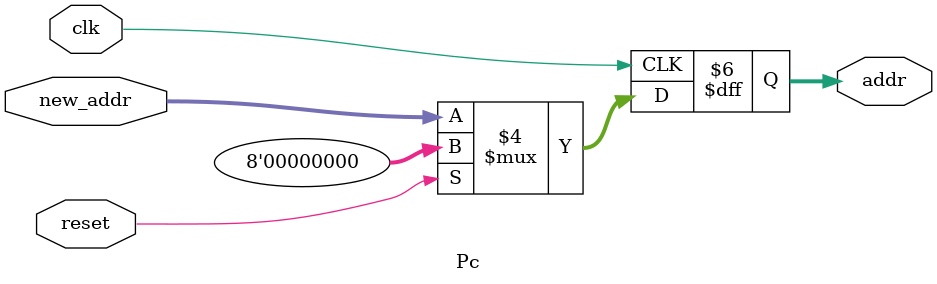
<source format=v>
module Pc (
	input [7:0] new_addr,
	input reset,
	input clk,
	output reg [7:0] addr
	);
	
	always @(posedge clk)
	begin
		if(reset == 1) addr = 0;
		else addr = new_addr;
	end
	
endmodule

</source>
